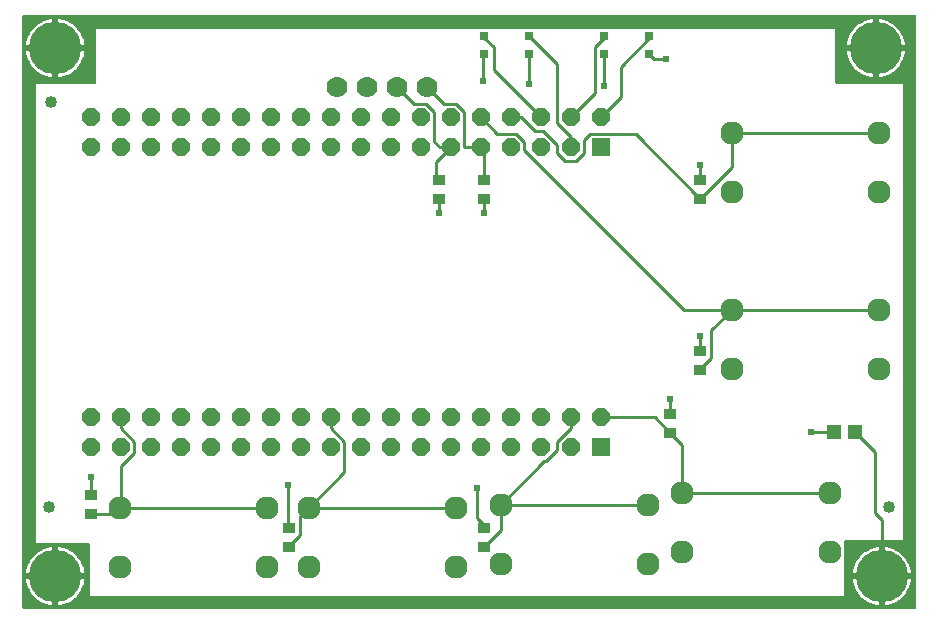
<source format=gbr>
G04 EAGLE Gerber RS-274X export*
G75*
%MOMM*%
%FSLAX34Y34*%
%LPD*%
%INTop Copper*%
%IPPOS*%
%AMOC8*
5,1,8,0,0,1.08239X$1,22.5*%
G01*
%ADD10C,1.778000*%
%ADD11R,0.800000X0.800000*%
%ADD12R,1.524000X1.524000*%
%ADD13P,1.649562X8X202.500000*%
%ADD14R,1.031241X0.949959*%
%ADD15C,1.960000*%
%ADD16C,4.445000*%
%ADD17C,1.016000*%
%ADD18R,1.143000X1.270000*%
%ADD19C,0.254000*%
%ADD20C,0.609600*%

G36*
X759444Y504308D02*
X759444Y504308D01*
X759437Y504427D01*
X759424Y504465D01*
X759419Y504506D01*
X759376Y504616D01*
X759339Y504729D01*
X759317Y504764D01*
X759302Y504801D01*
X759233Y504897D01*
X759169Y504998D01*
X759139Y505026D01*
X759116Y505059D01*
X759024Y505135D01*
X758937Y505216D01*
X758902Y505236D01*
X758871Y505261D01*
X758763Y505312D01*
X758659Y505370D01*
X758619Y505380D01*
X758583Y505397D01*
X758466Y505419D01*
X758351Y505449D01*
X758291Y505453D01*
X758271Y505457D01*
X758250Y505455D01*
X758190Y505459D01*
X3810Y505459D01*
X3692Y505444D01*
X3573Y505437D01*
X3535Y505424D01*
X3494Y505419D01*
X3384Y505376D01*
X3271Y505339D01*
X3236Y505317D01*
X3199Y505302D01*
X3103Y505233D01*
X3002Y505169D01*
X2974Y505139D01*
X2941Y505116D01*
X2865Y505024D01*
X2784Y504937D01*
X2764Y504902D01*
X2739Y504871D01*
X2688Y504763D01*
X2630Y504659D01*
X2620Y504619D01*
X2603Y504583D01*
X2581Y504466D01*
X2551Y504351D01*
X2547Y504291D01*
X2543Y504271D01*
X2545Y504250D01*
X2541Y504190D01*
X2541Y3810D01*
X2556Y3692D01*
X2563Y3573D01*
X2576Y3535D01*
X2581Y3494D01*
X2624Y3384D01*
X2661Y3271D01*
X2683Y3236D01*
X2698Y3199D01*
X2767Y3103D01*
X2831Y3002D01*
X2861Y2974D01*
X2884Y2941D01*
X2976Y2865D01*
X3063Y2784D01*
X3098Y2764D01*
X3129Y2739D01*
X3237Y2688D01*
X3341Y2630D01*
X3381Y2620D01*
X3417Y2603D01*
X3534Y2581D01*
X3649Y2551D01*
X3709Y2547D01*
X3729Y2543D01*
X3750Y2545D01*
X3810Y2541D01*
X758190Y2541D01*
X758308Y2556D01*
X758427Y2563D01*
X758465Y2576D01*
X758506Y2581D01*
X758616Y2624D01*
X758729Y2661D01*
X758764Y2683D01*
X758801Y2698D01*
X758897Y2767D01*
X758998Y2831D01*
X759026Y2861D01*
X759059Y2884D01*
X759135Y2976D01*
X759216Y3063D01*
X759236Y3098D01*
X759261Y3129D01*
X759312Y3237D01*
X759370Y3341D01*
X759380Y3381D01*
X759397Y3417D01*
X759419Y3534D01*
X759449Y3649D01*
X759453Y3709D01*
X759457Y3729D01*
X759455Y3750D01*
X759459Y3810D01*
X759459Y504190D01*
X759444Y504308D01*
G37*
%LPC*%
G36*
X63500Y447041D02*
X63500Y447041D01*
X63618Y447056D01*
X63737Y447063D01*
X63775Y447076D01*
X63816Y447081D01*
X63926Y447124D01*
X64039Y447161D01*
X64074Y447183D01*
X64111Y447198D01*
X64207Y447268D01*
X64308Y447331D01*
X64336Y447361D01*
X64369Y447384D01*
X64445Y447476D01*
X64526Y447563D01*
X64546Y447598D01*
X64571Y447629D01*
X64622Y447737D01*
X64680Y447841D01*
X64690Y447881D01*
X64707Y447917D01*
X64729Y448034D01*
X64759Y448149D01*
X64763Y448210D01*
X64767Y448230D01*
X64765Y448250D01*
X64769Y448310D01*
X64769Y494031D01*
X388052Y494031D01*
X388150Y494043D01*
X388249Y494046D01*
X388307Y494063D01*
X388367Y494071D01*
X388444Y494101D01*
X398949Y494101D01*
X398994Y494081D01*
X399092Y494066D01*
X399187Y494041D01*
X399287Y494035D01*
X399308Y494031D01*
X399320Y494033D01*
X399348Y494031D01*
X426152Y494031D01*
X426250Y494043D01*
X426349Y494046D01*
X426407Y494063D01*
X426467Y494071D01*
X426544Y494101D01*
X437049Y494101D01*
X437094Y494081D01*
X437192Y494066D01*
X437287Y494041D01*
X437387Y494035D01*
X437408Y494031D01*
X437420Y494033D01*
X437448Y494031D01*
X489652Y494031D01*
X489750Y494043D01*
X489849Y494046D01*
X489907Y494063D01*
X489967Y494071D01*
X490044Y494101D01*
X500549Y494101D01*
X500594Y494081D01*
X500692Y494066D01*
X500787Y494041D01*
X500887Y494035D01*
X500908Y494031D01*
X500920Y494033D01*
X500948Y494031D01*
X527752Y494031D01*
X527850Y494043D01*
X527949Y494046D01*
X528007Y494063D01*
X528067Y494071D01*
X528144Y494101D01*
X538649Y494101D01*
X538694Y494081D01*
X538792Y494066D01*
X538887Y494041D01*
X538987Y494035D01*
X539008Y494031D01*
X539020Y494033D01*
X539048Y494031D01*
X690881Y494031D01*
X690881Y448310D01*
X690896Y448192D01*
X690903Y448073D01*
X690916Y448035D01*
X690921Y447994D01*
X690964Y447884D01*
X691001Y447771D01*
X691023Y447736D01*
X691038Y447699D01*
X691108Y447603D01*
X691171Y447502D01*
X691201Y447474D01*
X691224Y447441D01*
X691316Y447366D01*
X691403Y447284D01*
X691438Y447264D01*
X691469Y447239D01*
X691577Y447188D01*
X691681Y447130D01*
X691721Y447120D01*
X691757Y447103D01*
X691874Y447081D01*
X691989Y447051D01*
X692050Y447047D01*
X692070Y447043D01*
X692090Y447045D01*
X692150Y447041D01*
X748031Y447041D01*
X748031Y60959D01*
X699770Y60959D01*
X699652Y60944D01*
X699533Y60937D01*
X699495Y60924D01*
X699454Y60919D01*
X699344Y60876D01*
X699231Y60839D01*
X699196Y60817D01*
X699159Y60802D01*
X699063Y60733D01*
X698962Y60669D01*
X698934Y60639D01*
X698901Y60616D01*
X698826Y60524D01*
X698744Y60437D01*
X698724Y60402D01*
X698699Y60371D01*
X698648Y60263D01*
X698590Y60159D01*
X698580Y60119D01*
X698563Y60083D01*
X698541Y59966D01*
X698511Y59851D01*
X698507Y59791D01*
X698503Y59771D01*
X698505Y59750D01*
X698504Y59741D01*
X698503Y59737D01*
X698504Y59734D01*
X698501Y59690D01*
X698501Y13969D01*
X59689Y13969D01*
X59689Y57150D01*
X59674Y57268D01*
X59667Y57387D01*
X59654Y57425D01*
X59649Y57466D01*
X59606Y57576D01*
X59569Y57689D01*
X59547Y57724D01*
X59532Y57761D01*
X59463Y57857D01*
X59399Y57958D01*
X59369Y57986D01*
X59346Y58019D01*
X59254Y58095D01*
X59167Y58176D01*
X59132Y58196D01*
X59101Y58221D01*
X58993Y58272D01*
X58889Y58330D01*
X58849Y58340D01*
X58813Y58357D01*
X58696Y58379D01*
X58581Y58409D01*
X58521Y58413D01*
X58501Y58417D01*
X58480Y58415D01*
X58420Y58419D01*
X13969Y58419D01*
X13969Y447041D01*
X63500Y447041D01*
G37*
%LPD*%
%LPC*%
G36*
X727709Y480059D02*
X727709Y480059D01*
X727709Y502156D01*
X729325Y501974D01*
X732037Y501355D01*
X734662Y500437D01*
X737169Y499230D01*
X739524Y497750D01*
X741699Y496015D01*
X743665Y494049D01*
X745400Y491874D01*
X746880Y489519D01*
X748087Y487012D01*
X749005Y484387D01*
X749624Y481675D01*
X749806Y480059D01*
X727709Y480059D01*
G37*
%LPD*%
%LPC*%
G36*
X33019Y480059D02*
X33019Y480059D01*
X33019Y502156D01*
X34635Y501974D01*
X37347Y501355D01*
X39972Y500437D01*
X42479Y499230D01*
X44834Y497750D01*
X47009Y496015D01*
X48975Y494049D01*
X50710Y491874D01*
X52190Y489519D01*
X53397Y487012D01*
X54315Y484387D01*
X54934Y481675D01*
X55116Y480059D01*
X33019Y480059D01*
G37*
%LPD*%
%LPC*%
G36*
X732789Y33019D02*
X732789Y33019D01*
X732789Y55116D01*
X734405Y54934D01*
X737117Y54315D01*
X739742Y53397D01*
X742249Y52190D01*
X744604Y50710D01*
X746779Y48975D01*
X748745Y47009D01*
X750480Y44834D01*
X751960Y42479D01*
X753167Y39972D01*
X754085Y37347D01*
X754704Y34635D01*
X754886Y33019D01*
X732789Y33019D01*
G37*
%LPD*%
%LPC*%
G36*
X33019Y33019D02*
X33019Y33019D01*
X33019Y55116D01*
X34635Y54934D01*
X37347Y54315D01*
X39972Y53397D01*
X42479Y52190D01*
X44834Y50710D01*
X47009Y48975D01*
X48975Y47009D01*
X50710Y44834D01*
X52190Y42479D01*
X53397Y39972D01*
X54315Y37347D01*
X54934Y34635D01*
X55116Y33019D01*
X33019Y33019D01*
G37*
%LPD*%
%LPC*%
G36*
X33019Y27941D02*
X33019Y27941D01*
X55116Y27941D01*
X54934Y26325D01*
X54315Y23613D01*
X53397Y20988D01*
X52190Y18481D01*
X50710Y16126D01*
X48975Y13951D01*
X47009Y11985D01*
X44834Y10250D01*
X42479Y8770D01*
X39972Y7563D01*
X37347Y6645D01*
X34635Y6026D01*
X33019Y5844D01*
X33019Y27941D01*
G37*
%LPD*%
%LPC*%
G36*
X700534Y480059D02*
X700534Y480059D01*
X700716Y481675D01*
X701335Y484387D01*
X702253Y487012D01*
X703460Y489519D01*
X704940Y491874D01*
X706675Y494049D01*
X708641Y496015D01*
X710816Y497750D01*
X713171Y499230D01*
X715678Y500437D01*
X718303Y501355D01*
X721015Y501974D01*
X722631Y502156D01*
X722631Y480059D01*
X700534Y480059D01*
G37*
%LPD*%
%LPC*%
G36*
X727709Y474981D02*
X727709Y474981D01*
X749806Y474981D01*
X749624Y473365D01*
X749005Y470653D01*
X748087Y468028D01*
X746880Y465521D01*
X745400Y463166D01*
X743665Y460991D01*
X741699Y459025D01*
X739524Y457290D01*
X737169Y455810D01*
X734662Y454603D01*
X732037Y453685D01*
X729325Y453066D01*
X727709Y452884D01*
X727709Y474981D01*
G37*
%LPD*%
%LPC*%
G36*
X5844Y480059D02*
X5844Y480059D01*
X6026Y481675D01*
X6645Y484387D01*
X7563Y487012D01*
X8770Y489519D01*
X10250Y491874D01*
X11985Y494049D01*
X13951Y496015D01*
X16126Y497750D01*
X18481Y499230D01*
X20988Y500437D01*
X23613Y501355D01*
X26325Y501974D01*
X27941Y502156D01*
X27941Y480059D01*
X5844Y480059D01*
G37*
%LPD*%
%LPC*%
G36*
X33019Y474981D02*
X33019Y474981D01*
X55116Y474981D01*
X54934Y473365D01*
X54315Y470653D01*
X53397Y468028D01*
X52190Y465521D01*
X50710Y463166D01*
X48975Y460991D01*
X47009Y459025D01*
X44834Y457290D01*
X42479Y455810D01*
X39972Y454603D01*
X37347Y453685D01*
X34635Y453066D01*
X33019Y452884D01*
X33019Y474981D01*
G37*
%LPD*%
%LPC*%
G36*
X705614Y33019D02*
X705614Y33019D01*
X705796Y34635D01*
X706415Y37347D01*
X707333Y39972D01*
X708540Y42479D01*
X710020Y44834D01*
X711755Y47009D01*
X713721Y48975D01*
X715896Y50710D01*
X718251Y52190D01*
X720758Y53397D01*
X723383Y54315D01*
X726095Y54934D01*
X727711Y55116D01*
X727711Y33019D01*
X705614Y33019D01*
G37*
%LPD*%
%LPC*%
G36*
X5844Y33019D02*
X5844Y33019D01*
X6026Y34635D01*
X6645Y37347D01*
X7563Y39972D01*
X8770Y42479D01*
X10250Y44834D01*
X11985Y47009D01*
X13951Y48975D01*
X16126Y50710D01*
X18481Y52190D01*
X20988Y53397D01*
X23613Y54315D01*
X26325Y54934D01*
X27941Y55116D01*
X27941Y33019D01*
X5844Y33019D01*
G37*
%LPD*%
%LPC*%
G36*
X732789Y27941D02*
X732789Y27941D01*
X754886Y27941D01*
X754704Y26325D01*
X754085Y23613D01*
X753167Y20988D01*
X751960Y18481D01*
X750480Y16126D01*
X748745Y13951D01*
X746779Y11985D01*
X744604Y10250D01*
X742249Y8770D01*
X739742Y7563D01*
X737117Y6645D01*
X734405Y6026D01*
X732789Y5844D01*
X732789Y27941D01*
G37*
%LPD*%
%LPC*%
G36*
X26325Y453066D02*
X26325Y453066D01*
X23613Y453685D01*
X20988Y454603D01*
X18481Y455810D01*
X16126Y457290D01*
X13951Y459025D01*
X11985Y460991D01*
X10250Y463166D01*
X8770Y465521D01*
X7563Y468028D01*
X6645Y470653D01*
X6026Y473365D01*
X5844Y474981D01*
X27941Y474981D01*
X27941Y452884D01*
X26325Y453066D01*
G37*
%LPD*%
%LPC*%
G36*
X721015Y453066D02*
X721015Y453066D01*
X718303Y453685D01*
X715678Y454603D01*
X713171Y455810D01*
X710816Y457290D01*
X708641Y459025D01*
X706675Y460991D01*
X704940Y463166D01*
X703460Y465521D01*
X702253Y468028D01*
X701335Y470653D01*
X700716Y473365D01*
X700534Y474981D01*
X722631Y474981D01*
X722631Y452884D01*
X721015Y453066D01*
G37*
%LPD*%
%LPC*%
G36*
X726095Y6026D02*
X726095Y6026D01*
X723383Y6645D01*
X720758Y7563D01*
X718251Y8770D01*
X715896Y10250D01*
X713721Y11985D01*
X711755Y13951D01*
X710020Y16126D01*
X708540Y18481D01*
X707333Y20988D01*
X706415Y23613D01*
X705796Y26325D01*
X705614Y27941D01*
X727711Y27941D01*
X727711Y5844D01*
X726095Y6026D01*
G37*
%LPD*%
%LPC*%
G36*
X26325Y6026D02*
X26325Y6026D01*
X23613Y6645D01*
X20988Y7563D01*
X18481Y8770D01*
X16126Y10250D01*
X13951Y11985D01*
X11985Y13951D01*
X10250Y16126D01*
X8770Y18481D01*
X7563Y20988D01*
X6645Y23613D01*
X6026Y26325D01*
X5844Y27941D01*
X27941Y27941D01*
X27941Y5844D01*
X26325Y6026D01*
G37*
%LPD*%
%LPC*%
G36*
X30479Y30479D02*
X30479Y30479D01*
X30479Y30481D01*
X30481Y30481D01*
X30481Y30479D01*
X30479Y30479D01*
G37*
%LPD*%
%LPC*%
G36*
X730249Y30479D02*
X730249Y30479D01*
X730249Y30481D01*
X730251Y30481D01*
X730251Y30479D01*
X730249Y30479D01*
G37*
%LPD*%
%LPC*%
G36*
X30479Y477519D02*
X30479Y477519D01*
X30479Y477521D01*
X30481Y477521D01*
X30481Y477519D01*
X30479Y477519D01*
G37*
%LPD*%
%LPC*%
G36*
X725169Y477519D02*
X725169Y477519D01*
X725169Y477521D01*
X725171Y477521D01*
X725171Y477519D01*
X725169Y477519D01*
G37*
%LPD*%
D10*
X345440Y444500D03*
X320040Y444500D03*
X294640Y444500D03*
X269240Y444500D03*
D11*
X393700Y487560D03*
X393700Y472560D03*
X431800Y487560D03*
X431800Y472560D03*
X495300Y487560D03*
X495300Y472560D03*
X533400Y487560D03*
X533400Y472560D03*
D12*
X492080Y139440D03*
D13*
X492080Y164840D03*
X466680Y139440D03*
X466680Y164840D03*
X441280Y139440D03*
X441280Y164840D03*
X415880Y139440D03*
X415880Y164840D03*
X390480Y139440D03*
X390480Y164840D03*
X365080Y139440D03*
X365080Y164840D03*
X339680Y139440D03*
X339680Y164840D03*
X314280Y139440D03*
X314280Y164840D03*
X288880Y139440D03*
X288880Y164840D03*
X263480Y139440D03*
X263480Y164840D03*
X238080Y139440D03*
X238080Y164840D03*
X212680Y139440D03*
X212680Y164840D03*
X187280Y139440D03*
X187280Y164840D03*
X161880Y139440D03*
X161880Y164840D03*
X136480Y139440D03*
X136480Y164840D03*
X111080Y139440D03*
X111080Y164840D03*
X85680Y139440D03*
X85680Y164840D03*
X60280Y139440D03*
X60280Y164840D03*
D12*
X492080Y393440D03*
D13*
X492080Y418840D03*
X466680Y393440D03*
X466680Y418840D03*
X441280Y393440D03*
X441280Y418840D03*
X415880Y393440D03*
X415880Y418840D03*
X390480Y393440D03*
X390480Y418840D03*
X365080Y393440D03*
X365080Y418840D03*
X339680Y393440D03*
X339680Y418840D03*
X314280Y393440D03*
X314280Y418840D03*
X288880Y393440D03*
X288880Y418840D03*
X263480Y393440D03*
X263480Y418840D03*
X238080Y393440D03*
X238080Y418840D03*
X212680Y393440D03*
X212680Y418840D03*
X187280Y393440D03*
X187280Y418840D03*
X161880Y393440D03*
X161880Y418840D03*
X136480Y393440D03*
X136480Y418840D03*
X111080Y393440D03*
X111080Y418840D03*
X85680Y393440D03*
X85680Y418840D03*
X60280Y393440D03*
X60280Y418840D03*
D14*
X393700Y366141D03*
X393700Y350139D03*
X355600Y366141D03*
X355600Y350139D03*
D15*
X532400Y91040D03*
X532400Y41040D03*
X407400Y41040D03*
X407400Y91040D03*
D14*
X393700Y55499D03*
X393700Y71501D03*
D15*
X686070Y101200D03*
X686070Y51200D03*
X561070Y51200D03*
X561070Y101200D03*
D14*
X551180Y152019D03*
X551180Y168021D03*
D15*
X727980Y256140D03*
X727980Y206140D03*
X602980Y206140D03*
X602980Y256140D03*
D14*
X576580Y205359D03*
X576580Y221361D03*
D15*
X727980Y406000D03*
X727980Y356000D03*
X602980Y356000D03*
X602980Y406000D03*
D14*
X576580Y350139D03*
X576580Y366141D03*
D15*
X369840Y88500D03*
X369840Y38500D03*
X244840Y38500D03*
X244840Y88500D03*
D14*
X228600Y55499D03*
X228600Y71501D03*
D15*
X209820Y88500D03*
X209820Y38500D03*
X84820Y38500D03*
X84820Y88500D03*
D14*
X60960Y83439D03*
X60960Y99441D03*
D16*
X30480Y477520D03*
X725170Y477520D03*
X730250Y30480D03*
X30480Y30480D03*
D17*
X736600Y88900D03*
X26670Y431800D03*
X25400Y88900D03*
D18*
X689610Y152400D03*
X707390Y152400D03*
D19*
X537330Y468630D02*
X533400Y472560D01*
X537330Y468630D02*
X547370Y468630D01*
D20*
X547370Y468630D03*
D19*
X495300Y472560D02*
X495300Y445770D01*
D20*
X495300Y445770D03*
D19*
X431800Y447040D02*
X431800Y472560D01*
D20*
X431800Y447040D03*
D19*
X393700Y472560D02*
X392430Y471290D01*
X392430Y449580D01*
D20*
X392430Y449580D03*
D19*
X670560Y152400D02*
X689610Y152400D01*
D20*
X670560Y152400D03*
D19*
X393700Y337820D02*
X393700Y350139D01*
D20*
X393700Y337820D03*
D19*
X355600Y337820D02*
X355600Y350139D01*
D20*
X355600Y337820D03*
D19*
X60960Y114300D02*
X60960Y99441D01*
D20*
X60960Y114300D03*
D19*
X227330Y107950D02*
X227330Y72771D01*
X228600Y71501D01*
D20*
X227330Y107950D03*
D19*
X393700Y73660D02*
X393700Y71501D01*
X393700Y73660D02*
X387350Y80010D01*
X387350Y105410D01*
D20*
X387350Y105410D03*
D19*
X551180Y168021D02*
X551180Y180340D01*
D20*
X551180Y180340D03*
D19*
X576580Y221361D02*
X576580Y233680D01*
D20*
X576580Y233680D03*
D19*
X576580Y366141D02*
X576580Y378460D01*
D20*
X576580Y378460D03*
D19*
X393700Y390220D02*
X390480Y393440D01*
X393700Y390220D02*
X393700Y366141D01*
X376510Y423575D02*
X369815Y430270D01*
X359670Y430270D02*
X345440Y444500D01*
X376510Y393440D02*
X390480Y393440D01*
X369815Y430270D02*
X359670Y430270D01*
X376510Y423575D02*
X376510Y393440D01*
X352380Y369361D02*
X355600Y366141D01*
X352380Y380740D02*
X365080Y393440D01*
X352380Y380740D02*
X352380Y369361D01*
X351110Y423575D02*
X344415Y430270D01*
X334270Y430270D02*
X320040Y444500D01*
X355860Y393440D02*
X365080Y393440D01*
X355860Y393440D02*
X351110Y398190D01*
X344415Y430270D02*
X334270Y430270D01*
X351110Y423575D02*
X351110Y398190D01*
X393700Y485948D02*
X393700Y487560D01*
X393700Y485948D02*
X401510Y478138D01*
X401510Y458610D02*
X441280Y418840D01*
X401510Y458610D02*
X401510Y478138D01*
X466680Y402676D02*
X466680Y393440D01*
X466680Y402676D02*
X455250Y414106D01*
X455250Y464110D02*
X431800Y487560D01*
X455250Y464110D02*
X455250Y414106D01*
X495300Y485948D02*
X495300Y487560D01*
X495300Y485948D02*
X487490Y478138D01*
X487490Y439650D02*
X466680Y418840D01*
X487490Y439650D02*
X487490Y478138D01*
X509430Y436190D02*
X492080Y418840D01*
X533400Y485948D02*
X533400Y487560D01*
X509430Y461978D02*
X509430Y436190D01*
X509430Y461978D02*
X533400Y485948D01*
X407400Y69199D02*
X393700Y55499D01*
X407400Y69199D02*
X407400Y91040D01*
X532400Y91040D01*
X444370Y128010D02*
X407400Y91040D01*
X444370Y128010D02*
X446015Y128010D01*
X466680Y155605D02*
X466680Y164840D01*
X466680Y155605D02*
X455250Y144175D01*
X455250Y137246D02*
X446015Y128010D01*
X455250Y137246D02*
X455250Y144175D01*
X79759Y83439D02*
X60960Y83439D01*
X79759Y83439D02*
X84820Y88500D01*
X86360Y88500D01*
X209820Y88500D01*
X97110Y134706D02*
X97110Y144175D01*
X85680Y155605D02*
X85680Y164840D01*
X85680Y155605D02*
X97110Y144175D01*
X97110Y134706D02*
X86360Y123956D01*
X86360Y88500D01*
X228600Y56207D02*
X228600Y55499D01*
X237566Y81226D02*
X243270Y86930D01*
X244840Y88500D01*
X237566Y65173D02*
X228600Y56207D01*
X237566Y65173D02*
X237566Y81226D01*
X244840Y88500D02*
X369840Y88500D01*
X263480Y155605D02*
X263480Y164840D01*
X263480Y155605D02*
X274910Y144175D01*
X274910Y118570D01*
X244840Y88500D01*
X561070Y101200D02*
X561340Y101200D01*
X686070Y101200D01*
X561340Y141859D02*
X551180Y152019D01*
X561340Y141859D02*
X561340Y101200D01*
X538359Y164840D02*
X492080Y164840D01*
X538359Y164840D02*
X551180Y152019D01*
X576580Y205359D02*
X576580Y206067D01*
X585546Y215033D01*
X585546Y238706D02*
X602980Y256140D01*
X585546Y238706D02*
X585546Y215033D01*
X602980Y256140D02*
X607060Y256140D01*
X727980Y256140D01*
X427310Y398175D02*
X420615Y404870D01*
X404450Y404870D02*
X390480Y418840D01*
X404450Y404870D02*
X420615Y404870D01*
X427310Y398175D02*
X427310Y391246D01*
X562416Y256140D01*
X602980Y256140D01*
X576580Y350139D02*
X602980Y376539D01*
X602980Y406000D01*
X727980Y406000D01*
X461946Y382010D02*
X455250Y388706D01*
X461946Y382010D02*
X471415Y382010D01*
X478110Y388706D01*
X425116Y418840D02*
X415880Y418840D01*
X425116Y418840D02*
X436546Y407410D01*
X443475Y407410D01*
X455250Y395635D01*
X455250Y388706D01*
X478110Y388706D02*
X478110Y400098D01*
X482882Y404870D01*
X521849Y404870D01*
X576580Y350139D01*
X724222Y83773D02*
X730250Y77745D01*
X730250Y30480D01*
X724222Y135568D02*
X707390Y152400D01*
X724222Y135568D02*
X724222Y83773D01*
M02*

</source>
